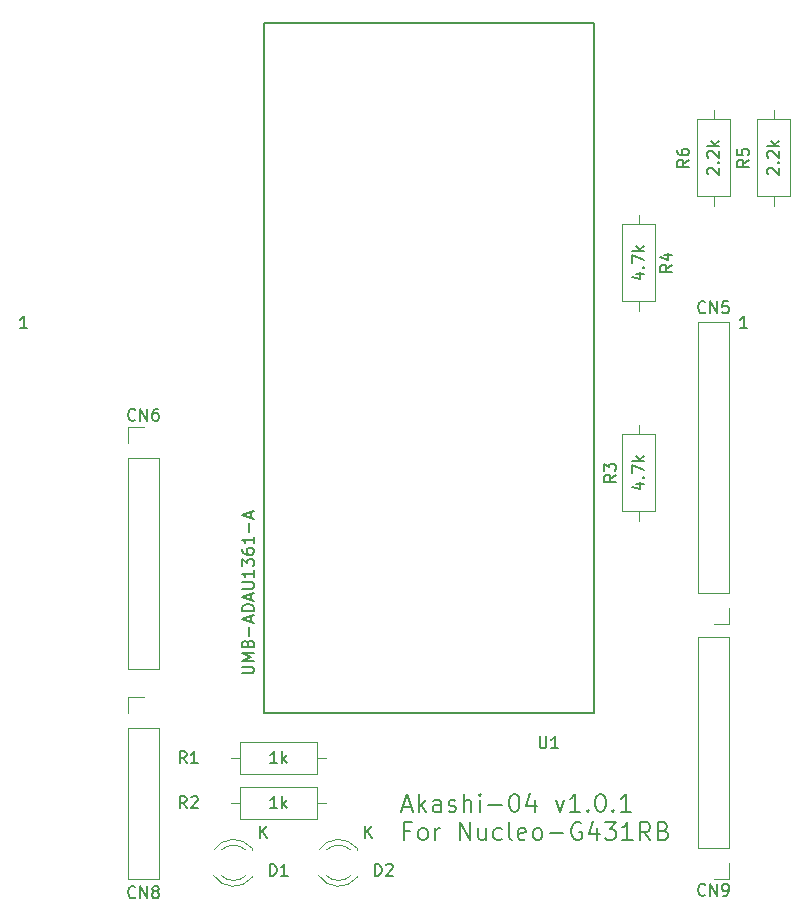
<source format=gto>
G04 #@! TF.GenerationSoftware,KiCad,Pcbnew,5.1.5-52549c5~84~ubuntu16.04.1*
G04 #@! TF.CreationDate,2020-03-12T09:23:18+09:00*
G04 #@! TF.ProjectId,Akashi-04,416b6173-6869-42d3-9034-2e6b69636164,rev?*
G04 #@! TF.SameCoordinates,Original*
G04 #@! TF.FileFunction,Legend,Top*
G04 #@! TF.FilePolarity,Positive*
%FSLAX46Y46*%
G04 Gerber Fmt 4.6, Leading zero omitted, Abs format (unit mm)*
G04 Created by KiCad (PCBNEW 5.1.5-52549c5~84~ubuntu16.04.1) date 2020-03-12 09:23:18*
%MOMM*%
%LPD*%
G04 APERTURE LIST*
%ADD10C,0.150000*%
%ADD11C,0.120000*%
G04 APERTURE END LIST*
D10*
X135342380Y-90629523D02*
X136151904Y-90629523D01*
X136247142Y-90581904D01*
X136294761Y-90534285D01*
X136342380Y-90439047D01*
X136342380Y-90248571D01*
X136294761Y-90153333D01*
X136247142Y-90105714D01*
X136151904Y-90058095D01*
X135342380Y-90058095D01*
X136342380Y-89581904D02*
X135342380Y-89581904D01*
X136056666Y-89248571D01*
X135342380Y-88915238D01*
X136342380Y-88915238D01*
X135818571Y-88105714D02*
X135866190Y-87962857D01*
X135913809Y-87915238D01*
X136009047Y-87867619D01*
X136151904Y-87867619D01*
X136247142Y-87915238D01*
X136294761Y-87962857D01*
X136342380Y-88058095D01*
X136342380Y-88439047D01*
X135342380Y-88439047D01*
X135342380Y-88105714D01*
X135390000Y-88010476D01*
X135437619Y-87962857D01*
X135532857Y-87915238D01*
X135628095Y-87915238D01*
X135723333Y-87962857D01*
X135770952Y-88010476D01*
X135818571Y-88105714D01*
X135818571Y-88439047D01*
X135961428Y-87439047D02*
X135961428Y-86677142D01*
X136056666Y-86248571D02*
X136056666Y-85772380D01*
X136342380Y-86343809D02*
X135342380Y-86010476D01*
X136342380Y-85677142D01*
X136342380Y-85343809D02*
X135342380Y-85343809D01*
X135342380Y-85105714D01*
X135390000Y-84962857D01*
X135485238Y-84867619D01*
X135580476Y-84820000D01*
X135770952Y-84772380D01*
X135913809Y-84772380D01*
X136104285Y-84820000D01*
X136199523Y-84867619D01*
X136294761Y-84962857D01*
X136342380Y-85105714D01*
X136342380Y-85343809D01*
X136056666Y-84391428D02*
X136056666Y-83915238D01*
X136342380Y-84486666D02*
X135342380Y-84153333D01*
X136342380Y-83820000D01*
X135342380Y-83486666D02*
X136151904Y-83486666D01*
X136247142Y-83439047D01*
X136294761Y-83391428D01*
X136342380Y-83296190D01*
X136342380Y-83105714D01*
X136294761Y-83010476D01*
X136247142Y-82962857D01*
X136151904Y-82915238D01*
X135342380Y-82915238D01*
X136342380Y-81915238D02*
X136342380Y-82486666D01*
X136342380Y-82200952D02*
X135342380Y-82200952D01*
X135485238Y-82296190D01*
X135580476Y-82391428D01*
X135628095Y-82486666D01*
X135342380Y-81581904D02*
X135342380Y-80962857D01*
X135723333Y-81296190D01*
X135723333Y-81153333D01*
X135770952Y-81058095D01*
X135818571Y-81010476D01*
X135913809Y-80962857D01*
X136151904Y-80962857D01*
X136247142Y-81010476D01*
X136294761Y-81058095D01*
X136342380Y-81153333D01*
X136342380Y-81439047D01*
X136294761Y-81534285D01*
X136247142Y-81581904D01*
X135342380Y-80105714D02*
X135342380Y-80296190D01*
X135390000Y-80391428D01*
X135437619Y-80439047D01*
X135580476Y-80534285D01*
X135770952Y-80581904D01*
X136151904Y-80581904D01*
X136247142Y-80534285D01*
X136294761Y-80486666D01*
X136342380Y-80391428D01*
X136342380Y-80200952D01*
X136294761Y-80105714D01*
X136247142Y-80058095D01*
X136151904Y-80010476D01*
X135913809Y-80010476D01*
X135818571Y-80058095D01*
X135770952Y-80105714D01*
X135723333Y-80200952D01*
X135723333Y-80391428D01*
X135770952Y-80486666D01*
X135818571Y-80534285D01*
X135913809Y-80581904D01*
X136342380Y-79058095D02*
X136342380Y-79629523D01*
X136342380Y-79343809D02*
X135342380Y-79343809D01*
X135485238Y-79439047D01*
X135580476Y-79534285D01*
X135628095Y-79629523D01*
X135961428Y-78629523D02*
X135961428Y-77867619D01*
X136056666Y-77439047D02*
X136056666Y-76962857D01*
X136342380Y-77534285D02*
X135342380Y-77200952D01*
X136342380Y-76867619D01*
X148973214Y-101920000D02*
X149687500Y-101920000D01*
X148830357Y-102348571D02*
X149330357Y-100848571D01*
X149830357Y-102348571D01*
X150330357Y-102348571D02*
X150330357Y-100848571D01*
X150473214Y-101777142D02*
X150901785Y-102348571D01*
X150901785Y-101348571D02*
X150330357Y-101920000D01*
X152187500Y-102348571D02*
X152187500Y-101562857D01*
X152116071Y-101420000D01*
X151973214Y-101348571D01*
X151687500Y-101348571D01*
X151544642Y-101420000D01*
X152187500Y-102277142D02*
X152044642Y-102348571D01*
X151687500Y-102348571D01*
X151544642Y-102277142D01*
X151473214Y-102134285D01*
X151473214Y-101991428D01*
X151544642Y-101848571D01*
X151687500Y-101777142D01*
X152044642Y-101777142D01*
X152187500Y-101705714D01*
X152830357Y-102277142D02*
X152973214Y-102348571D01*
X153258928Y-102348571D01*
X153401785Y-102277142D01*
X153473214Y-102134285D01*
X153473214Y-102062857D01*
X153401785Y-101920000D01*
X153258928Y-101848571D01*
X153044642Y-101848571D01*
X152901785Y-101777142D01*
X152830357Y-101634285D01*
X152830357Y-101562857D01*
X152901785Y-101420000D01*
X153044642Y-101348571D01*
X153258928Y-101348571D01*
X153401785Y-101420000D01*
X154116071Y-102348571D02*
X154116071Y-100848571D01*
X154758928Y-102348571D02*
X154758928Y-101562857D01*
X154687500Y-101420000D01*
X154544642Y-101348571D01*
X154330357Y-101348571D01*
X154187500Y-101420000D01*
X154116071Y-101491428D01*
X155473214Y-102348571D02*
X155473214Y-101348571D01*
X155473214Y-100848571D02*
X155401785Y-100920000D01*
X155473214Y-100991428D01*
X155544642Y-100920000D01*
X155473214Y-100848571D01*
X155473214Y-100991428D01*
X156187500Y-101777142D02*
X157330357Y-101777142D01*
X158330357Y-100848571D02*
X158473214Y-100848571D01*
X158616071Y-100920000D01*
X158687500Y-100991428D01*
X158758928Y-101134285D01*
X158830357Y-101420000D01*
X158830357Y-101777142D01*
X158758928Y-102062857D01*
X158687500Y-102205714D01*
X158616071Y-102277142D01*
X158473214Y-102348571D01*
X158330357Y-102348571D01*
X158187500Y-102277142D01*
X158116071Y-102205714D01*
X158044642Y-102062857D01*
X157973214Y-101777142D01*
X157973214Y-101420000D01*
X158044642Y-101134285D01*
X158116071Y-100991428D01*
X158187500Y-100920000D01*
X158330357Y-100848571D01*
X160116071Y-101348571D02*
X160116071Y-102348571D01*
X159758928Y-100777142D02*
X159401785Y-101848571D01*
X160330357Y-101848571D01*
X161901785Y-101348571D02*
X162258928Y-102348571D01*
X162616071Y-101348571D01*
X163973214Y-102348571D02*
X163116071Y-102348571D01*
X163544642Y-102348571D02*
X163544642Y-100848571D01*
X163401785Y-101062857D01*
X163258928Y-101205714D01*
X163116071Y-101277142D01*
X164616071Y-102205714D02*
X164687500Y-102277142D01*
X164616071Y-102348571D01*
X164544642Y-102277142D01*
X164616071Y-102205714D01*
X164616071Y-102348571D01*
X165616071Y-100848571D02*
X165758928Y-100848571D01*
X165901785Y-100920000D01*
X165973214Y-100991428D01*
X166044642Y-101134285D01*
X166116071Y-101420000D01*
X166116071Y-101777142D01*
X166044642Y-102062857D01*
X165973214Y-102205714D01*
X165901785Y-102277142D01*
X165758928Y-102348571D01*
X165616071Y-102348571D01*
X165473214Y-102277142D01*
X165401785Y-102205714D01*
X165330357Y-102062857D01*
X165258928Y-101777142D01*
X165258928Y-101420000D01*
X165330357Y-101134285D01*
X165401785Y-100991428D01*
X165473214Y-100920000D01*
X165616071Y-100848571D01*
X166758928Y-102205714D02*
X166830357Y-102277142D01*
X166758928Y-102348571D01*
X166687500Y-102277142D01*
X166758928Y-102205714D01*
X166758928Y-102348571D01*
X168258928Y-102348571D02*
X167401785Y-102348571D01*
X167830357Y-102348571D02*
X167830357Y-100848571D01*
X167687500Y-101062857D01*
X167544642Y-101205714D01*
X167401785Y-101277142D01*
X149544642Y-103962857D02*
X149044642Y-103962857D01*
X149044642Y-104748571D02*
X149044642Y-103248571D01*
X149758928Y-103248571D01*
X150544642Y-104748571D02*
X150401785Y-104677142D01*
X150330357Y-104605714D01*
X150258928Y-104462857D01*
X150258928Y-104034285D01*
X150330357Y-103891428D01*
X150401785Y-103820000D01*
X150544642Y-103748571D01*
X150758928Y-103748571D01*
X150901785Y-103820000D01*
X150973214Y-103891428D01*
X151044642Y-104034285D01*
X151044642Y-104462857D01*
X150973214Y-104605714D01*
X150901785Y-104677142D01*
X150758928Y-104748571D01*
X150544642Y-104748571D01*
X151687500Y-104748571D02*
X151687500Y-103748571D01*
X151687500Y-104034285D02*
X151758928Y-103891428D01*
X151830357Y-103820000D01*
X151973214Y-103748571D01*
X152116071Y-103748571D01*
X153758928Y-104748571D02*
X153758928Y-103248571D01*
X154616071Y-104748571D01*
X154616071Y-103248571D01*
X155973214Y-103748571D02*
X155973214Y-104748571D01*
X155330357Y-103748571D02*
X155330357Y-104534285D01*
X155401785Y-104677142D01*
X155544642Y-104748571D01*
X155758928Y-104748571D01*
X155901785Y-104677142D01*
X155973214Y-104605714D01*
X157330357Y-104677142D02*
X157187500Y-104748571D01*
X156901785Y-104748571D01*
X156758928Y-104677142D01*
X156687500Y-104605714D01*
X156616071Y-104462857D01*
X156616071Y-104034285D01*
X156687500Y-103891428D01*
X156758928Y-103820000D01*
X156901785Y-103748571D01*
X157187500Y-103748571D01*
X157330357Y-103820000D01*
X158187500Y-104748571D02*
X158044642Y-104677142D01*
X157973214Y-104534285D01*
X157973214Y-103248571D01*
X159330357Y-104677142D02*
X159187500Y-104748571D01*
X158901785Y-104748571D01*
X158758928Y-104677142D01*
X158687500Y-104534285D01*
X158687500Y-103962857D01*
X158758928Y-103820000D01*
X158901785Y-103748571D01*
X159187500Y-103748571D01*
X159330357Y-103820000D01*
X159401785Y-103962857D01*
X159401785Y-104105714D01*
X158687500Y-104248571D01*
X160258928Y-104748571D02*
X160116071Y-104677142D01*
X160044642Y-104605714D01*
X159973214Y-104462857D01*
X159973214Y-104034285D01*
X160044642Y-103891428D01*
X160116071Y-103820000D01*
X160258928Y-103748571D01*
X160473214Y-103748571D01*
X160616071Y-103820000D01*
X160687500Y-103891428D01*
X160758928Y-104034285D01*
X160758928Y-104462857D01*
X160687500Y-104605714D01*
X160616071Y-104677142D01*
X160473214Y-104748571D01*
X160258928Y-104748571D01*
X161401785Y-104177142D02*
X162544642Y-104177142D01*
X164044642Y-103320000D02*
X163901785Y-103248571D01*
X163687500Y-103248571D01*
X163473214Y-103320000D01*
X163330357Y-103462857D01*
X163258928Y-103605714D01*
X163187500Y-103891428D01*
X163187500Y-104105714D01*
X163258928Y-104391428D01*
X163330357Y-104534285D01*
X163473214Y-104677142D01*
X163687500Y-104748571D01*
X163830357Y-104748571D01*
X164044642Y-104677142D01*
X164116071Y-104605714D01*
X164116071Y-104105714D01*
X163830357Y-104105714D01*
X165401785Y-103748571D02*
X165401785Y-104748571D01*
X165044642Y-103177142D02*
X164687500Y-104248571D01*
X165616071Y-104248571D01*
X166044642Y-103248571D02*
X166973214Y-103248571D01*
X166473214Y-103820000D01*
X166687500Y-103820000D01*
X166830357Y-103891428D01*
X166901785Y-103962857D01*
X166973214Y-104105714D01*
X166973214Y-104462857D01*
X166901785Y-104605714D01*
X166830357Y-104677142D01*
X166687500Y-104748571D01*
X166258928Y-104748571D01*
X166116071Y-104677142D01*
X166044642Y-104605714D01*
X168401785Y-104748571D02*
X167544642Y-104748571D01*
X167973214Y-104748571D02*
X167973214Y-103248571D01*
X167830357Y-103462857D01*
X167687500Y-103605714D01*
X167544642Y-103677142D01*
X169901785Y-104748571D02*
X169401785Y-104034285D01*
X169044642Y-104748571D02*
X169044642Y-103248571D01*
X169616071Y-103248571D01*
X169758928Y-103320000D01*
X169830357Y-103391428D01*
X169901785Y-103534285D01*
X169901785Y-103748571D01*
X169830357Y-103891428D01*
X169758928Y-103962857D01*
X169616071Y-104034285D01*
X169044642Y-104034285D01*
X171044642Y-103962857D02*
X171258928Y-104034285D01*
X171330357Y-104105714D01*
X171401785Y-104248571D01*
X171401785Y-104462857D01*
X171330357Y-104605714D01*
X171258928Y-104677142D01*
X171116071Y-104748571D01*
X170544642Y-104748571D01*
X170544642Y-103248571D01*
X171044642Y-103248571D01*
X171187500Y-103320000D01*
X171258928Y-103391428D01*
X171330357Y-103534285D01*
X171330357Y-103677142D01*
X171258928Y-103820000D01*
X171187500Y-103891428D01*
X171044642Y-103962857D01*
X170544642Y-103962857D01*
X136898095Y-104592380D02*
X136898095Y-103592380D01*
X137469523Y-104592380D02*
X137040952Y-104020952D01*
X137469523Y-103592380D02*
X136898095Y-104163809D01*
X145788095Y-104592380D02*
X145788095Y-103592380D01*
X146359523Y-104592380D02*
X145930952Y-104020952D01*
X146359523Y-103592380D02*
X145788095Y-104163809D01*
X178085714Y-61412380D02*
X177514285Y-61412380D01*
X177800000Y-61412380D02*
X177800000Y-60412380D01*
X177704761Y-60555238D01*
X177609523Y-60650476D01*
X177514285Y-60698095D01*
X117125714Y-61412380D02*
X116554285Y-61412380D01*
X116840000Y-61412380D02*
X116840000Y-60412380D01*
X116744761Y-60555238D01*
X116649523Y-60650476D01*
X116554285Y-60698095D01*
D11*
X168910000Y-59920000D02*
X168910000Y-59150000D01*
X168910000Y-51840000D02*
X168910000Y-52610000D01*
X170280000Y-59150000D02*
X170280000Y-52610000D01*
X167540000Y-59150000D02*
X170280000Y-59150000D01*
X167540000Y-52610000D02*
X167540000Y-59150000D01*
X170280000Y-52610000D02*
X167540000Y-52610000D01*
D10*
X165100000Y-93980000D02*
X137160000Y-93980000D01*
X137160000Y-93980000D02*
X137160000Y-35560000D01*
X137160000Y-35560000D02*
X165100000Y-35560000D01*
X165100000Y-35560000D02*
X165100000Y-93980000D01*
D11*
X168910000Y-69620000D02*
X168910000Y-70390000D01*
X168910000Y-77700000D02*
X168910000Y-76930000D01*
X167540000Y-70390000D02*
X167540000Y-76930000D01*
X170280000Y-70390000D02*
X167540000Y-70390000D01*
X170280000Y-76930000D02*
X170280000Y-70390000D01*
X167540000Y-76930000D02*
X170280000Y-76930000D01*
X176590000Y-108010000D02*
X175260000Y-108010000D01*
X176590000Y-106680000D02*
X176590000Y-108010000D01*
X176590000Y-105410000D02*
X173930000Y-105410000D01*
X173930000Y-105410000D02*
X173930000Y-87570000D01*
X176590000Y-105410000D02*
X176590000Y-87570000D01*
X176590000Y-87570000D02*
X173930000Y-87570000D01*
X125670000Y-92650000D02*
X127000000Y-92650000D01*
X125670000Y-93980000D02*
X125670000Y-92650000D01*
X125670000Y-95250000D02*
X128330000Y-95250000D01*
X128330000Y-95250000D02*
X128330000Y-108010000D01*
X125670000Y-95250000D02*
X125670000Y-108010000D01*
X125670000Y-108010000D02*
X128330000Y-108010000D01*
X125670000Y-69790000D02*
X127000000Y-69790000D01*
X125670000Y-71120000D02*
X125670000Y-69790000D01*
X125670000Y-72390000D02*
X128330000Y-72390000D01*
X128330000Y-72390000D02*
X128330000Y-90230000D01*
X125670000Y-72390000D02*
X125670000Y-90230000D01*
X125670000Y-90230000D02*
X128330000Y-90230000D01*
X176590000Y-86420000D02*
X175260000Y-86420000D01*
X176590000Y-85090000D02*
X176590000Y-86420000D01*
X176590000Y-83820000D02*
X173930000Y-83820000D01*
X173930000Y-83820000D02*
X173930000Y-60900000D01*
X176590000Y-83820000D02*
X176590000Y-60900000D01*
X176590000Y-60900000D02*
X173930000Y-60900000D01*
X136180000Y-107916000D02*
X136180000Y-107760000D01*
X136180000Y-105600000D02*
X136180000Y-105444000D01*
X132947665Y-107758608D02*
G75*
G03X136180000Y-107915516I1672335J1078608D01*
G01*
X132947665Y-105601392D02*
G75*
G02X136180000Y-105444484I1672335J-1078608D01*
G01*
X133578870Y-107759837D02*
G75*
G03X135660961Y-107760000I1041130J1079837D01*
G01*
X133578870Y-105600163D02*
G75*
G02X135660961Y-105600000I1041130J-1079837D01*
G01*
X142468870Y-105600163D02*
G75*
G02X144550961Y-105600000I1041130J-1079837D01*
G01*
X142468870Y-107759837D02*
G75*
G03X144550961Y-107760000I1041130J1079837D01*
G01*
X141837665Y-105601392D02*
G75*
G02X145070000Y-105444484I1672335J-1078608D01*
G01*
X141837665Y-107758608D02*
G75*
G03X145070000Y-107915516I1672335J1078608D01*
G01*
X145070000Y-105600000D02*
X145070000Y-105444000D01*
X145070000Y-107916000D02*
X145070000Y-107760000D01*
X135160000Y-96420000D02*
X135160000Y-99160000D01*
X135160000Y-99160000D02*
X141700000Y-99160000D01*
X141700000Y-99160000D02*
X141700000Y-96420000D01*
X141700000Y-96420000D02*
X135160000Y-96420000D01*
X134390000Y-97790000D02*
X135160000Y-97790000D01*
X142470000Y-97790000D02*
X141700000Y-97790000D01*
X142470000Y-101600000D02*
X141700000Y-101600000D01*
X134390000Y-101600000D02*
X135160000Y-101600000D01*
X141700000Y-100230000D02*
X135160000Y-100230000D01*
X141700000Y-102970000D02*
X141700000Y-100230000D01*
X135160000Y-102970000D02*
X141700000Y-102970000D01*
X135160000Y-100230000D02*
X135160000Y-102970000D01*
X180340000Y-51030000D02*
X180340000Y-50260000D01*
X180340000Y-42950000D02*
X180340000Y-43720000D01*
X181710000Y-50260000D02*
X181710000Y-43720000D01*
X178970000Y-50260000D02*
X181710000Y-50260000D01*
X178970000Y-43720000D02*
X178970000Y-50260000D01*
X181710000Y-43720000D02*
X178970000Y-43720000D01*
X176630000Y-43720000D02*
X173890000Y-43720000D01*
X173890000Y-43720000D02*
X173890000Y-50260000D01*
X173890000Y-50260000D02*
X176630000Y-50260000D01*
X176630000Y-50260000D02*
X176630000Y-43720000D01*
X175260000Y-42950000D02*
X175260000Y-43720000D01*
X175260000Y-51030000D02*
X175260000Y-50260000D01*
D10*
X171732380Y-56046666D02*
X171256190Y-56380000D01*
X171732380Y-56618095D02*
X170732380Y-56618095D01*
X170732380Y-56237142D01*
X170780000Y-56141904D01*
X170827619Y-56094285D01*
X170922857Y-56046666D01*
X171065714Y-56046666D01*
X171160952Y-56094285D01*
X171208571Y-56141904D01*
X171256190Y-56237142D01*
X171256190Y-56618095D01*
X171065714Y-55189523D02*
X171732380Y-55189523D01*
X170684761Y-55427619D02*
X171399047Y-55665714D01*
X171399047Y-55046666D01*
X168695714Y-56808571D02*
X169362380Y-56808571D01*
X168314761Y-57046666D02*
X169029047Y-57284761D01*
X169029047Y-56665714D01*
X169267142Y-56284761D02*
X169314761Y-56237142D01*
X169362380Y-56284761D01*
X169314761Y-56332380D01*
X169267142Y-56284761D01*
X169362380Y-56284761D01*
X168362380Y-55903809D02*
X168362380Y-55237142D01*
X169362380Y-55665714D01*
X169362380Y-54856190D02*
X168362380Y-54856190D01*
X168981428Y-54760952D02*
X169362380Y-54475238D01*
X168695714Y-54475238D02*
X169076666Y-54856190D01*
X160528095Y-95972380D02*
X160528095Y-96781904D01*
X160575714Y-96877142D01*
X160623333Y-96924761D01*
X160718571Y-96972380D01*
X160909047Y-96972380D01*
X161004285Y-96924761D01*
X161051904Y-96877142D01*
X161099523Y-96781904D01*
X161099523Y-95972380D01*
X162099523Y-96972380D02*
X161528095Y-96972380D01*
X161813809Y-96972380D02*
X161813809Y-95972380D01*
X161718571Y-96115238D01*
X161623333Y-96210476D01*
X161528095Y-96258095D01*
X166992380Y-73826666D02*
X166516190Y-74160000D01*
X166992380Y-74398095D02*
X165992380Y-74398095D01*
X165992380Y-74017142D01*
X166040000Y-73921904D01*
X166087619Y-73874285D01*
X166182857Y-73826666D01*
X166325714Y-73826666D01*
X166420952Y-73874285D01*
X166468571Y-73921904D01*
X166516190Y-74017142D01*
X166516190Y-74398095D01*
X165992380Y-73493333D02*
X165992380Y-72874285D01*
X166373333Y-73207619D01*
X166373333Y-73064761D01*
X166420952Y-72969523D01*
X166468571Y-72921904D01*
X166563809Y-72874285D01*
X166801904Y-72874285D01*
X166897142Y-72921904D01*
X166944761Y-72969523D01*
X166992380Y-73064761D01*
X166992380Y-73350476D01*
X166944761Y-73445714D01*
X166897142Y-73493333D01*
X168695714Y-74588571D02*
X169362380Y-74588571D01*
X168314761Y-74826666D02*
X169029047Y-75064761D01*
X169029047Y-74445714D01*
X169267142Y-74064761D02*
X169314761Y-74017142D01*
X169362380Y-74064761D01*
X169314761Y-74112380D01*
X169267142Y-74064761D01*
X169362380Y-74064761D01*
X168362380Y-73683809D02*
X168362380Y-73017142D01*
X169362380Y-73445714D01*
X169362380Y-72636190D02*
X168362380Y-72636190D01*
X168981428Y-72540952D02*
X169362380Y-72255238D01*
X168695714Y-72255238D02*
X169076666Y-72636190D01*
X174569523Y-109367142D02*
X174521904Y-109414761D01*
X174379047Y-109462380D01*
X174283809Y-109462380D01*
X174140952Y-109414761D01*
X174045714Y-109319523D01*
X173998095Y-109224285D01*
X173950476Y-109033809D01*
X173950476Y-108890952D01*
X173998095Y-108700476D01*
X174045714Y-108605238D01*
X174140952Y-108510000D01*
X174283809Y-108462380D01*
X174379047Y-108462380D01*
X174521904Y-108510000D01*
X174569523Y-108557619D01*
X174998095Y-109462380D02*
X174998095Y-108462380D01*
X175569523Y-109462380D01*
X175569523Y-108462380D01*
X176093333Y-109462380D02*
X176283809Y-109462380D01*
X176379047Y-109414761D01*
X176426666Y-109367142D01*
X176521904Y-109224285D01*
X176569523Y-109033809D01*
X176569523Y-108652857D01*
X176521904Y-108557619D01*
X176474285Y-108510000D01*
X176379047Y-108462380D01*
X176188571Y-108462380D01*
X176093333Y-108510000D01*
X176045714Y-108557619D01*
X175998095Y-108652857D01*
X175998095Y-108890952D01*
X176045714Y-108986190D01*
X176093333Y-109033809D01*
X176188571Y-109081428D01*
X176379047Y-109081428D01*
X176474285Y-109033809D01*
X176521904Y-108986190D01*
X176569523Y-108890952D01*
X126309523Y-109577142D02*
X126261904Y-109624761D01*
X126119047Y-109672380D01*
X126023809Y-109672380D01*
X125880952Y-109624761D01*
X125785714Y-109529523D01*
X125738095Y-109434285D01*
X125690476Y-109243809D01*
X125690476Y-109100952D01*
X125738095Y-108910476D01*
X125785714Y-108815238D01*
X125880952Y-108720000D01*
X126023809Y-108672380D01*
X126119047Y-108672380D01*
X126261904Y-108720000D01*
X126309523Y-108767619D01*
X126738095Y-109672380D02*
X126738095Y-108672380D01*
X127309523Y-109672380D01*
X127309523Y-108672380D01*
X127928571Y-109100952D02*
X127833333Y-109053333D01*
X127785714Y-109005714D01*
X127738095Y-108910476D01*
X127738095Y-108862857D01*
X127785714Y-108767619D01*
X127833333Y-108720000D01*
X127928571Y-108672380D01*
X128119047Y-108672380D01*
X128214285Y-108720000D01*
X128261904Y-108767619D01*
X128309523Y-108862857D01*
X128309523Y-108910476D01*
X128261904Y-109005714D01*
X128214285Y-109053333D01*
X128119047Y-109100952D01*
X127928571Y-109100952D01*
X127833333Y-109148571D01*
X127785714Y-109196190D01*
X127738095Y-109291428D01*
X127738095Y-109481904D01*
X127785714Y-109577142D01*
X127833333Y-109624761D01*
X127928571Y-109672380D01*
X128119047Y-109672380D01*
X128214285Y-109624761D01*
X128261904Y-109577142D01*
X128309523Y-109481904D01*
X128309523Y-109291428D01*
X128261904Y-109196190D01*
X128214285Y-109148571D01*
X128119047Y-109100952D01*
X126309523Y-69147142D02*
X126261904Y-69194761D01*
X126119047Y-69242380D01*
X126023809Y-69242380D01*
X125880952Y-69194761D01*
X125785714Y-69099523D01*
X125738095Y-69004285D01*
X125690476Y-68813809D01*
X125690476Y-68670952D01*
X125738095Y-68480476D01*
X125785714Y-68385238D01*
X125880952Y-68290000D01*
X126023809Y-68242380D01*
X126119047Y-68242380D01*
X126261904Y-68290000D01*
X126309523Y-68337619D01*
X126738095Y-69242380D02*
X126738095Y-68242380D01*
X127309523Y-69242380D01*
X127309523Y-68242380D01*
X128214285Y-68242380D02*
X128023809Y-68242380D01*
X127928571Y-68290000D01*
X127880952Y-68337619D01*
X127785714Y-68480476D01*
X127738095Y-68670952D01*
X127738095Y-69051904D01*
X127785714Y-69147142D01*
X127833333Y-69194761D01*
X127928571Y-69242380D01*
X128119047Y-69242380D01*
X128214285Y-69194761D01*
X128261904Y-69147142D01*
X128309523Y-69051904D01*
X128309523Y-68813809D01*
X128261904Y-68718571D01*
X128214285Y-68670952D01*
X128119047Y-68623333D01*
X127928571Y-68623333D01*
X127833333Y-68670952D01*
X127785714Y-68718571D01*
X127738095Y-68813809D01*
X174569523Y-60047142D02*
X174521904Y-60094761D01*
X174379047Y-60142380D01*
X174283809Y-60142380D01*
X174140952Y-60094761D01*
X174045714Y-59999523D01*
X173998095Y-59904285D01*
X173950476Y-59713809D01*
X173950476Y-59570952D01*
X173998095Y-59380476D01*
X174045714Y-59285238D01*
X174140952Y-59190000D01*
X174283809Y-59142380D01*
X174379047Y-59142380D01*
X174521904Y-59190000D01*
X174569523Y-59237619D01*
X174998095Y-60142380D02*
X174998095Y-59142380D01*
X175569523Y-60142380D01*
X175569523Y-59142380D01*
X176521904Y-59142380D02*
X176045714Y-59142380D01*
X175998095Y-59618571D01*
X176045714Y-59570952D01*
X176140952Y-59523333D01*
X176379047Y-59523333D01*
X176474285Y-59570952D01*
X176521904Y-59618571D01*
X176569523Y-59713809D01*
X176569523Y-59951904D01*
X176521904Y-60047142D01*
X176474285Y-60094761D01*
X176379047Y-60142380D01*
X176140952Y-60142380D01*
X176045714Y-60094761D01*
X175998095Y-60047142D01*
X137691904Y-107767380D02*
X137691904Y-106767380D01*
X137930000Y-106767380D01*
X138072857Y-106815000D01*
X138168095Y-106910238D01*
X138215714Y-107005476D01*
X138263333Y-107195952D01*
X138263333Y-107338809D01*
X138215714Y-107529285D01*
X138168095Y-107624523D01*
X138072857Y-107719761D01*
X137930000Y-107767380D01*
X137691904Y-107767380D01*
X139215714Y-107767380D02*
X138644285Y-107767380D01*
X138930000Y-107767380D02*
X138930000Y-106767380D01*
X138834761Y-106910238D01*
X138739523Y-107005476D01*
X138644285Y-107053095D01*
X146581904Y-107767380D02*
X146581904Y-106767380D01*
X146820000Y-106767380D01*
X146962857Y-106815000D01*
X147058095Y-106910238D01*
X147105714Y-107005476D01*
X147153333Y-107195952D01*
X147153333Y-107338809D01*
X147105714Y-107529285D01*
X147058095Y-107624523D01*
X146962857Y-107719761D01*
X146820000Y-107767380D01*
X146581904Y-107767380D01*
X147534285Y-106862619D02*
X147581904Y-106815000D01*
X147677142Y-106767380D01*
X147915238Y-106767380D01*
X148010476Y-106815000D01*
X148058095Y-106862619D01*
X148105714Y-106957857D01*
X148105714Y-107053095D01*
X148058095Y-107195952D01*
X147486666Y-107767380D01*
X148105714Y-107767380D01*
X130643333Y-98242380D02*
X130310000Y-97766190D01*
X130071904Y-98242380D02*
X130071904Y-97242380D01*
X130452857Y-97242380D01*
X130548095Y-97290000D01*
X130595714Y-97337619D01*
X130643333Y-97432857D01*
X130643333Y-97575714D01*
X130595714Y-97670952D01*
X130548095Y-97718571D01*
X130452857Y-97766190D01*
X130071904Y-97766190D01*
X131595714Y-98242380D02*
X131024285Y-98242380D01*
X131310000Y-98242380D02*
X131310000Y-97242380D01*
X131214761Y-97385238D01*
X131119523Y-97480476D01*
X131024285Y-97528095D01*
X138310952Y-98242380D02*
X137739523Y-98242380D01*
X138025238Y-98242380D02*
X138025238Y-97242380D01*
X137930000Y-97385238D01*
X137834761Y-97480476D01*
X137739523Y-97528095D01*
X138739523Y-98242380D02*
X138739523Y-97242380D01*
X138834761Y-97861428D02*
X139120476Y-98242380D01*
X139120476Y-97575714D02*
X138739523Y-97956666D01*
X130643333Y-102052380D02*
X130310000Y-101576190D01*
X130071904Y-102052380D02*
X130071904Y-101052380D01*
X130452857Y-101052380D01*
X130548095Y-101100000D01*
X130595714Y-101147619D01*
X130643333Y-101242857D01*
X130643333Y-101385714D01*
X130595714Y-101480952D01*
X130548095Y-101528571D01*
X130452857Y-101576190D01*
X130071904Y-101576190D01*
X131024285Y-101147619D02*
X131071904Y-101100000D01*
X131167142Y-101052380D01*
X131405238Y-101052380D01*
X131500476Y-101100000D01*
X131548095Y-101147619D01*
X131595714Y-101242857D01*
X131595714Y-101338095D01*
X131548095Y-101480952D01*
X130976666Y-102052380D01*
X131595714Y-102052380D01*
X138310952Y-102052380D02*
X137739523Y-102052380D01*
X138025238Y-102052380D02*
X138025238Y-101052380D01*
X137930000Y-101195238D01*
X137834761Y-101290476D01*
X137739523Y-101338095D01*
X138739523Y-102052380D02*
X138739523Y-101052380D01*
X138834761Y-101671428D02*
X139120476Y-102052380D01*
X139120476Y-101385714D02*
X138739523Y-101766666D01*
X178252380Y-47156666D02*
X177776190Y-47490000D01*
X178252380Y-47728095D02*
X177252380Y-47728095D01*
X177252380Y-47347142D01*
X177300000Y-47251904D01*
X177347619Y-47204285D01*
X177442857Y-47156666D01*
X177585714Y-47156666D01*
X177680952Y-47204285D01*
X177728571Y-47251904D01*
X177776190Y-47347142D01*
X177776190Y-47728095D01*
X177252380Y-46251904D02*
X177252380Y-46728095D01*
X177728571Y-46775714D01*
X177680952Y-46728095D01*
X177633333Y-46632857D01*
X177633333Y-46394761D01*
X177680952Y-46299523D01*
X177728571Y-46251904D01*
X177823809Y-46204285D01*
X178061904Y-46204285D01*
X178157142Y-46251904D01*
X178204761Y-46299523D01*
X178252380Y-46394761D01*
X178252380Y-46632857D01*
X178204761Y-46728095D01*
X178157142Y-46775714D01*
X179887619Y-48394761D02*
X179840000Y-48347142D01*
X179792380Y-48251904D01*
X179792380Y-48013809D01*
X179840000Y-47918571D01*
X179887619Y-47870952D01*
X179982857Y-47823333D01*
X180078095Y-47823333D01*
X180220952Y-47870952D01*
X180792380Y-48442380D01*
X180792380Y-47823333D01*
X180697142Y-47394761D02*
X180744761Y-47347142D01*
X180792380Y-47394761D01*
X180744761Y-47442380D01*
X180697142Y-47394761D01*
X180792380Y-47394761D01*
X179887619Y-46966190D02*
X179840000Y-46918571D01*
X179792380Y-46823333D01*
X179792380Y-46585238D01*
X179840000Y-46490000D01*
X179887619Y-46442380D01*
X179982857Y-46394761D01*
X180078095Y-46394761D01*
X180220952Y-46442380D01*
X180792380Y-47013809D01*
X180792380Y-46394761D01*
X180792380Y-45966190D02*
X179792380Y-45966190D01*
X180411428Y-45870952D02*
X180792380Y-45585238D01*
X180125714Y-45585238D02*
X180506666Y-45966190D01*
X173172380Y-47156666D02*
X172696190Y-47490000D01*
X173172380Y-47728095D02*
X172172380Y-47728095D01*
X172172380Y-47347142D01*
X172220000Y-47251904D01*
X172267619Y-47204285D01*
X172362857Y-47156666D01*
X172505714Y-47156666D01*
X172600952Y-47204285D01*
X172648571Y-47251904D01*
X172696190Y-47347142D01*
X172696190Y-47728095D01*
X172172380Y-46299523D02*
X172172380Y-46490000D01*
X172220000Y-46585238D01*
X172267619Y-46632857D01*
X172410476Y-46728095D01*
X172600952Y-46775714D01*
X172981904Y-46775714D01*
X173077142Y-46728095D01*
X173124761Y-46680476D01*
X173172380Y-46585238D01*
X173172380Y-46394761D01*
X173124761Y-46299523D01*
X173077142Y-46251904D01*
X172981904Y-46204285D01*
X172743809Y-46204285D01*
X172648571Y-46251904D01*
X172600952Y-46299523D01*
X172553333Y-46394761D01*
X172553333Y-46585238D01*
X172600952Y-46680476D01*
X172648571Y-46728095D01*
X172743809Y-46775714D01*
X174807619Y-48394761D02*
X174760000Y-48347142D01*
X174712380Y-48251904D01*
X174712380Y-48013809D01*
X174760000Y-47918571D01*
X174807619Y-47870952D01*
X174902857Y-47823333D01*
X174998095Y-47823333D01*
X175140952Y-47870952D01*
X175712380Y-48442380D01*
X175712380Y-47823333D01*
X175617142Y-47394761D02*
X175664761Y-47347142D01*
X175712380Y-47394761D01*
X175664761Y-47442380D01*
X175617142Y-47394761D01*
X175712380Y-47394761D01*
X174807619Y-46966190D02*
X174760000Y-46918571D01*
X174712380Y-46823333D01*
X174712380Y-46585238D01*
X174760000Y-46490000D01*
X174807619Y-46442380D01*
X174902857Y-46394761D01*
X174998095Y-46394761D01*
X175140952Y-46442380D01*
X175712380Y-47013809D01*
X175712380Y-46394761D01*
X175712380Y-45966190D02*
X174712380Y-45966190D01*
X175331428Y-45870952D02*
X175712380Y-45585238D01*
X175045714Y-45585238D02*
X175426666Y-45966190D01*
M02*

</source>
